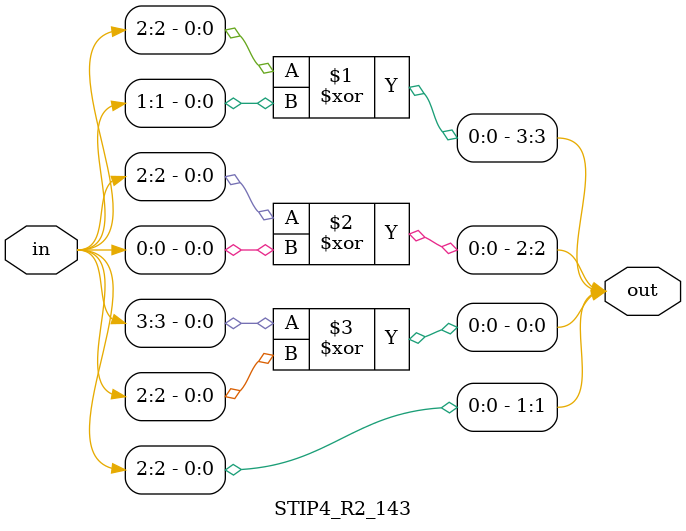
<source format=v>
module  STIP4_R2_143(in,out);
input[3:0] in;
output[3:0] out;
wire[3:0] out;
assign out[3]=in[2]^in[1];
assign out[2]=in[2]^in[0];
assign out[1]=in[2];
assign out[0]=in[3]^in[2];
endmodule

</source>
